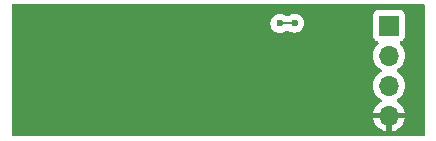
<source format=gbr>
%TF.GenerationSoftware,KiCad,Pcbnew,8.0.0*%
%TF.CreationDate,2024-05-30T16:45:59-06:00*%
%TF.ProjectId,2024_USB_FTDI,32303234-5f55-4534-925f-465444492e6b,rev?*%
%TF.SameCoordinates,Original*%
%TF.FileFunction,Copper,L2,Bot*%
%TF.FilePolarity,Positive*%
%FSLAX46Y46*%
G04 Gerber Fmt 4.6, Leading zero omitted, Abs format (unit mm)*
G04 Created by KiCad (PCBNEW 8.0.0) date 2024-05-30 16:45:59*
%MOMM*%
%LPD*%
G01*
G04 APERTURE LIST*
%TA.AperFunction,ComponentPad*%
%ADD10R,1.700000X1.700000*%
%TD*%
%TA.AperFunction,ComponentPad*%
%ADD11O,1.700000X1.700000*%
%TD*%
%TA.AperFunction,ViaPad*%
%ADD12C,0.600000*%
%TD*%
%TA.AperFunction,Conductor*%
%ADD13C,0.203200*%
%TD*%
G04 APERTURE END LIST*
D10*
%TO.P,J1,1,Pin_1*%
%TO.N,+5V*%
X144221200Y-48895000D03*
D11*
%TO.P,J1,2,Pin_2*%
%TO.N,/UART_RX*%
X144221200Y-51435000D03*
%TO.P,J1,3,Pin_3*%
%TO.N,/UART_TX*%
X144221200Y-53975000D03*
%TO.P,J1,4,Pin_4*%
%TO.N,GND*%
X144221200Y-56515000D03*
%TD*%
D12*
%TO.N,GND*%
X132003800Y-48336200D03*
X134467600Y-53848000D03*
%TO.N,/MODE*%
X136220200Y-48691800D03*
X134975600Y-48717200D03*
%TO.N,GND*%
X123342400Y-54686200D03*
X127209550Y-49117250D03*
X127209550Y-47517050D03*
X121773950Y-49117250D03*
X132918200Y-54229000D03*
X120243600Y-54686200D03*
X133731000Y-57099200D03*
X123361450Y-47517050D03*
X121754900Y-56286400D03*
X120173750Y-47517050D03*
X128797050Y-50730150D03*
X130530600Y-57124600D03*
X121754900Y-54686200D03*
X121773950Y-47517050D03*
X115341400Y-47523400D03*
X128797050Y-49117250D03*
X121773950Y-50730150D03*
X123361450Y-50730150D03*
X120173750Y-49117250D03*
X120173750Y-50730150D03*
X141960600Y-57099200D03*
X116941600Y-47523400D03*
X123342400Y-56286400D03*
X118554500Y-47523400D03*
X125552200Y-56210200D03*
X123361450Y-49117250D03*
X113449100Y-47498000D03*
X142189200Y-47625000D03*
X128797050Y-47517050D03*
X132308600Y-51333400D03*
%TD*%
D13*
%TO.N,/MODE*%
X136194800Y-48717200D02*
X136220200Y-48691800D01*
X134975600Y-48717200D02*
X136194800Y-48717200D01*
%TD*%
%TA.AperFunction,Conductor*%
%TO.N,GND*%
G36*
X147202539Y-47103785D02*
G01*
X147248294Y-47156589D01*
X147259500Y-47208100D01*
X147259500Y-58159100D01*
X147239815Y-58226139D01*
X147187011Y-58271894D01*
X147135500Y-58283100D01*
X112384500Y-58283100D01*
X112317461Y-58263415D01*
X112271706Y-58210611D01*
X112260500Y-58159100D01*
X112260500Y-53975000D01*
X142865541Y-53975000D01*
X142886136Y-54210403D01*
X142886138Y-54210413D01*
X142947294Y-54438655D01*
X142947296Y-54438659D01*
X142947297Y-54438663D01*
X143047165Y-54652830D01*
X143047167Y-54652834D01*
X143182701Y-54846395D01*
X143182706Y-54846402D01*
X143349797Y-55013493D01*
X143349803Y-55013498D01*
X143535794Y-55143730D01*
X143579419Y-55198307D01*
X143586613Y-55267805D01*
X143555090Y-55330160D01*
X143535795Y-55346880D01*
X143350122Y-55476890D01*
X143350120Y-55476891D01*
X143183091Y-55643920D01*
X143183086Y-55643926D01*
X143047600Y-55837420D01*
X143047599Y-55837422D01*
X142947770Y-56051507D01*
X142947767Y-56051513D01*
X142890564Y-56264999D01*
X142890564Y-56265000D01*
X143788188Y-56265000D01*
X143755275Y-56322007D01*
X143721200Y-56449174D01*
X143721200Y-56580826D01*
X143755275Y-56707993D01*
X143788188Y-56765000D01*
X142890564Y-56765000D01*
X142947767Y-56978486D01*
X142947770Y-56978492D01*
X143047599Y-57192578D01*
X143183094Y-57386082D01*
X143350117Y-57553105D01*
X143543621Y-57688600D01*
X143757707Y-57788429D01*
X143757716Y-57788433D01*
X143971200Y-57845634D01*
X143971200Y-56948012D01*
X144028207Y-56980925D01*
X144155374Y-57015000D01*
X144287026Y-57015000D01*
X144414193Y-56980925D01*
X144471200Y-56948012D01*
X144471200Y-57845633D01*
X144684683Y-57788433D01*
X144684692Y-57788429D01*
X144898778Y-57688600D01*
X145092282Y-57553105D01*
X145259305Y-57386082D01*
X145394800Y-57192578D01*
X145494629Y-56978492D01*
X145494632Y-56978486D01*
X145551836Y-56765000D01*
X144654212Y-56765000D01*
X144687125Y-56707993D01*
X144721200Y-56580826D01*
X144721200Y-56449174D01*
X144687125Y-56322007D01*
X144654212Y-56265000D01*
X145551836Y-56265000D01*
X145551835Y-56264999D01*
X145494632Y-56051513D01*
X145494629Y-56051507D01*
X145394800Y-55837422D01*
X145394799Y-55837420D01*
X145259313Y-55643926D01*
X145259308Y-55643920D01*
X145092278Y-55476890D01*
X144906605Y-55346879D01*
X144862980Y-55292302D01*
X144855788Y-55222804D01*
X144887310Y-55160449D01*
X144906606Y-55143730D01*
X145092601Y-55013495D01*
X145259695Y-54846401D01*
X145395235Y-54652830D01*
X145495103Y-54438663D01*
X145556263Y-54210408D01*
X145576859Y-53975000D01*
X145556263Y-53739592D01*
X145495103Y-53511337D01*
X145395235Y-53297171D01*
X145259695Y-53103599D01*
X145259694Y-53103597D01*
X145092602Y-52936506D01*
X145092596Y-52936501D01*
X144907042Y-52806575D01*
X144863417Y-52751998D01*
X144856223Y-52682500D01*
X144887746Y-52620145D01*
X144907042Y-52603425D01*
X144929226Y-52587891D01*
X145092601Y-52473495D01*
X145259695Y-52306401D01*
X145395235Y-52112830D01*
X145495103Y-51898663D01*
X145556263Y-51670408D01*
X145576859Y-51435000D01*
X145556263Y-51199592D01*
X145495103Y-50971337D01*
X145395235Y-50757171D01*
X145259695Y-50563599D01*
X145137767Y-50441671D01*
X145104284Y-50380351D01*
X145109268Y-50310659D01*
X145151139Y-50254725D01*
X145182115Y-50237810D01*
X145313531Y-50188796D01*
X145428746Y-50102546D01*
X145514996Y-49987331D01*
X145565291Y-49852483D01*
X145571700Y-49792873D01*
X145571699Y-47997128D01*
X145565291Y-47937517D01*
X145563170Y-47931831D01*
X145514997Y-47802671D01*
X145514993Y-47802664D01*
X145428747Y-47687455D01*
X145428744Y-47687452D01*
X145313535Y-47601206D01*
X145313528Y-47601202D01*
X145178682Y-47550908D01*
X145178683Y-47550908D01*
X145119083Y-47544501D01*
X145119081Y-47544500D01*
X145119073Y-47544500D01*
X145119064Y-47544500D01*
X143323329Y-47544500D01*
X143323323Y-47544501D01*
X143263716Y-47550908D01*
X143128871Y-47601202D01*
X143128864Y-47601206D01*
X143013655Y-47687452D01*
X143013652Y-47687455D01*
X142927406Y-47802664D01*
X142927402Y-47802671D01*
X142877108Y-47937517D01*
X142870701Y-47997116D01*
X142870701Y-47997123D01*
X142870700Y-47997135D01*
X142870700Y-49792870D01*
X142870701Y-49792876D01*
X142877108Y-49852483D01*
X142927402Y-49987328D01*
X142927406Y-49987335D01*
X143013652Y-50102544D01*
X143013655Y-50102547D01*
X143128864Y-50188793D01*
X143128871Y-50188797D01*
X143260281Y-50237810D01*
X143316215Y-50279681D01*
X143340632Y-50345145D01*
X143325780Y-50413418D01*
X143304630Y-50441673D01*
X143182703Y-50563600D01*
X143047165Y-50757169D01*
X143047164Y-50757171D01*
X142947298Y-50971335D01*
X142947294Y-50971344D01*
X142886138Y-51199586D01*
X142886136Y-51199596D01*
X142865541Y-51434999D01*
X142865541Y-51435000D01*
X142886136Y-51670403D01*
X142886138Y-51670413D01*
X142947294Y-51898655D01*
X142947296Y-51898659D01*
X142947297Y-51898663D01*
X143047165Y-52112830D01*
X143047167Y-52112834D01*
X143182701Y-52306395D01*
X143182706Y-52306402D01*
X143349797Y-52473493D01*
X143349803Y-52473498D01*
X143535358Y-52603425D01*
X143578983Y-52658002D01*
X143586177Y-52727500D01*
X143554654Y-52789855D01*
X143535358Y-52806575D01*
X143349797Y-52936505D01*
X143182705Y-53103597D01*
X143047165Y-53297169D01*
X143047164Y-53297171D01*
X142947298Y-53511335D01*
X142947294Y-53511344D01*
X142886138Y-53739586D01*
X142886136Y-53739596D01*
X142865541Y-53974999D01*
X142865541Y-53975000D01*
X112260500Y-53975000D01*
X112260500Y-48717203D01*
X134170035Y-48717203D01*
X134190230Y-48896449D01*
X134190231Y-48896454D01*
X134249811Y-49066723D01*
X134329824Y-49194062D01*
X134345784Y-49219462D01*
X134473338Y-49347016D01*
X134563680Y-49403782D01*
X134585652Y-49417588D01*
X134626078Y-49442989D01*
X134723756Y-49477168D01*
X134796345Y-49502568D01*
X134796350Y-49502569D01*
X134975596Y-49522765D01*
X134975600Y-49522765D01*
X134975604Y-49522765D01*
X135154849Y-49502569D01*
X135154852Y-49502568D01*
X135154855Y-49502568D01*
X135325122Y-49442989D01*
X135477862Y-49347016D01*
X135477870Y-49347007D01*
X135478693Y-49346353D01*
X135479331Y-49346092D01*
X135483758Y-49343311D01*
X135484245Y-49344086D01*
X135543379Y-49319945D01*
X135556006Y-49319300D01*
X135678528Y-49319300D01*
X135744499Y-49338305D01*
X135870678Y-49417589D01*
X136040945Y-49477168D01*
X136040950Y-49477169D01*
X136220196Y-49497365D01*
X136220200Y-49497365D01*
X136220204Y-49497365D01*
X136399449Y-49477169D01*
X136399452Y-49477168D01*
X136399455Y-49477168D01*
X136569722Y-49417589D01*
X136722462Y-49321616D01*
X136850016Y-49194062D01*
X136945989Y-49041322D01*
X137005568Y-48871055D01*
X137025765Y-48691800D01*
X137008430Y-48537950D01*
X137005569Y-48512550D01*
X137005568Y-48512545D01*
X136945988Y-48342276D01*
X136850015Y-48189537D01*
X136722462Y-48061984D01*
X136569723Y-47966011D01*
X136399454Y-47906431D01*
X136399449Y-47906430D01*
X136220204Y-47886235D01*
X136220196Y-47886235D01*
X136040950Y-47906430D01*
X136040945Y-47906431D01*
X135870676Y-47966011D01*
X135717937Y-48061984D01*
X135701141Y-48078781D01*
X135639818Y-48112266D01*
X135613460Y-48115100D01*
X135556006Y-48115100D01*
X135488967Y-48095415D01*
X135478693Y-48088047D01*
X135477865Y-48087387D01*
X135477862Y-48087384D01*
X135401492Y-48039397D01*
X135325123Y-47991411D01*
X135154854Y-47931831D01*
X135154849Y-47931830D01*
X134975604Y-47911635D01*
X134975596Y-47911635D01*
X134796350Y-47931830D01*
X134796345Y-47931831D01*
X134626076Y-47991411D01*
X134473337Y-48087384D01*
X134345784Y-48214937D01*
X134249811Y-48367676D01*
X134190231Y-48537945D01*
X134190230Y-48537950D01*
X134170035Y-48717196D01*
X134170035Y-48717203D01*
X112260500Y-48717203D01*
X112260500Y-47208100D01*
X112280185Y-47141061D01*
X112332989Y-47095306D01*
X112384500Y-47084100D01*
X147135500Y-47084100D01*
X147202539Y-47103785D01*
G37*
%TD.AperFunction*%
%TD*%
M02*

</source>
